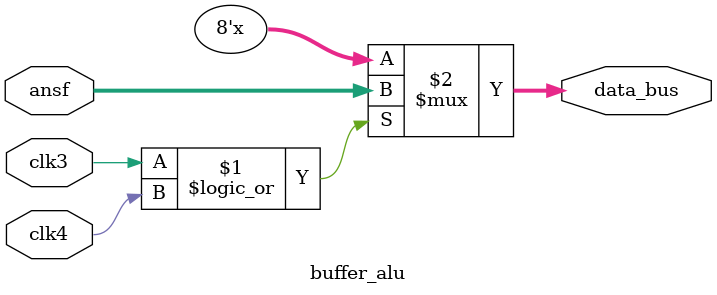
<source format=sv>
module buffer_alu (input logic clk3, clk4,
  input logic [7:0] ansf,
  output wire [7:0] data_bus);

  assign data_bus = (clk3 || clk4) ? ansf: 8'bzzzzzzzz;

  /*always @ ( posedge clk3 or ansf ) begin
    if (clk3 == 1 || clk4 == 1) begin
      data_bus = ansf;
    end else begin
      data_bus = 8'bzzzzzzzz;
    end
  end*/


endmodule //buffer_alu

</source>
